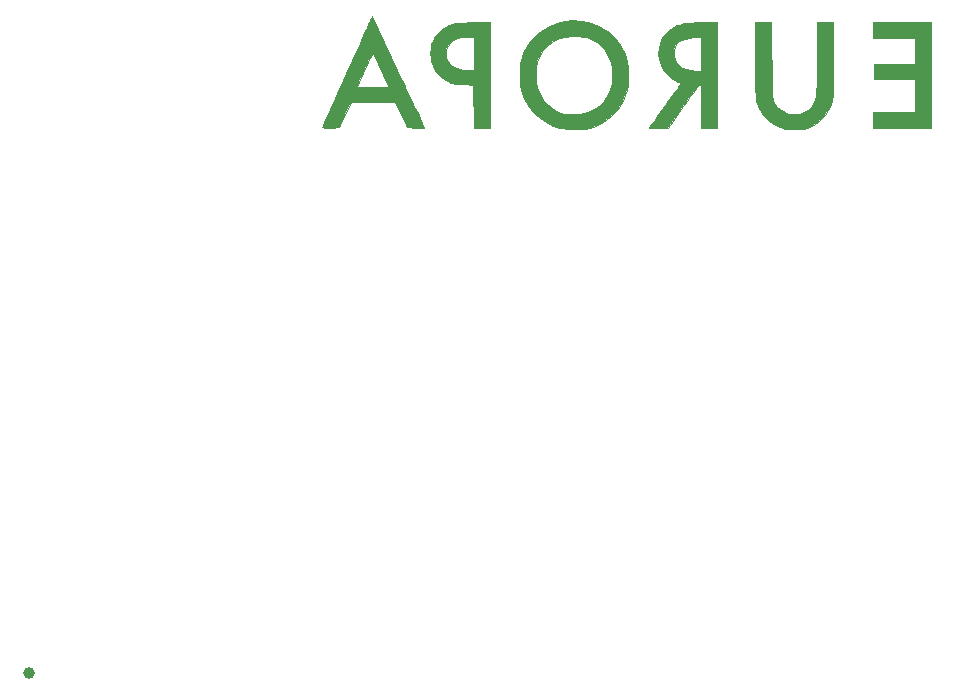
<source format=gbl>
G04 #@! TF.GenerationSoftware,KiCad,Pcbnew,(5.1.6)-1*
G04 #@! TF.CreationDate,2020-08-22T18:55:13+02:00*
G04 #@! TF.ProjectId,europa-bottom-plate,6575726f-7061-42d6-926f-74746f6d2d70,rev?*
G04 #@! TF.SameCoordinates,Original*
G04 #@! TF.FileFunction,Copper,L2,Bot*
G04 #@! TF.FilePolarity,Positive*
%FSLAX46Y46*%
G04 Gerber Fmt 4.6, Leading zero omitted, Abs format (unit mm)*
G04 Created by KiCad (PCBNEW (5.1.6)-1) date 2020-08-22 18:55:13*
%MOMM*%
%LPD*%
G01*
G04 APERTURE LIST*
G04 #@! TA.AperFunction,EtchedComponent*
%ADD10C,0.010000*%
G04 #@! TD*
G04 #@! TA.AperFunction,Conductor*
%ADD11C,1.000000*%
G04 #@! TD*
G04 APERTURE END LIST*
D10*
G36*
X137789087Y-92912719D02*
G01*
X137729238Y-93041264D01*
X137634806Y-93247561D01*
X137509164Y-93524077D01*
X137355681Y-93863280D01*
X137177730Y-94257638D01*
X136978681Y-94699619D01*
X136761905Y-95181691D01*
X136530773Y-95696320D01*
X136288657Y-96235975D01*
X136038928Y-96793124D01*
X135784957Y-97360234D01*
X135530114Y-97929773D01*
X135277771Y-98494209D01*
X135031300Y-99046010D01*
X134794070Y-99577643D01*
X134569454Y-100081575D01*
X134360823Y-100550276D01*
X134171546Y-100976212D01*
X134004997Y-101351851D01*
X133864545Y-101669661D01*
X133753562Y-101922110D01*
X133675419Y-102101665D01*
X133633487Y-102200795D01*
X133627267Y-102217383D01*
X133624473Y-102252632D01*
X133648083Y-102276778D01*
X133712848Y-102291414D01*
X133833515Y-102298132D01*
X134024834Y-102298525D01*
X134301554Y-102294185D01*
X134332918Y-102293583D01*
X135062785Y-102279450D01*
X135996617Y-100145850D01*
X139786138Y-100145850D01*
X140761792Y-102279450D01*
X141505015Y-102293498D01*
X142248239Y-102307546D01*
X142053740Y-101887098D01*
X141989739Y-101749511D01*
X141889841Y-101535768D01*
X141757609Y-101253443D01*
X141596609Y-100910113D01*
X141410404Y-100513353D01*
X141202558Y-100070739D01*
X140976637Y-99589846D01*
X140736204Y-99078251D01*
X140618336Y-98827528D01*
X139203650Y-98827528D01*
X139155074Y-98833677D01*
X139018236Y-98839203D01*
X138806475Y-98843874D01*
X138533129Y-98847459D01*
X138211535Y-98849726D01*
X137882850Y-98850450D01*
X137528516Y-98849867D01*
X137210097Y-98848225D01*
X136940932Y-98845684D01*
X136734359Y-98842405D01*
X136603716Y-98838547D01*
X136562050Y-98834603D01*
X136581891Y-98776379D01*
X136637347Y-98641144D01*
X136722323Y-98442464D01*
X136830724Y-98193905D01*
X136956453Y-97909032D01*
X137093414Y-97601409D01*
X137235511Y-97284603D01*
X137376648Y-96972179D01*
X137510729Y-96677701D01*
X137631659Y-96414735D01*
X137733340Y-96196847D01*
X137809678Y-96037601D01*
X137854576Y-95950563D01*
X137863578Y-95938355D01*
X137890492Y-95984078D01*
X137953110Y-96108744D01*
X138045137Y-96298784D01*
X138160279Y-96540627D01*
X138292243Y-96820703D01*
X138434733Y-97125442D01*
X138581457Y-97441275D01*
X138726119Y-97754632D01*
X138862426Y-98051941D01*
X138984083Y-98319633D01*
X139084797Y-98544139D01*
X139158274Y-98711887D01*
X139198218Y-98809309D01*
X139203650Y-98827528D01*
X140618336Y-98827528D01*
X140484824Y-98543528D01*
X140226061Y-97993254D01*
X139963480Y-97435004D01*
X139700644Y-96876354D01*
X139441118Y-96324879D01*
X139188466Y-95788156D01*
X138946253Y-95273760D01*
X138718044Y-94789266D01*
X138507401Y-94342251D01*
X138317890Y-93940289D01*
X138153075Y-93590957D01*
X138016520Y-93301831D01*
X137911790Y-93080485D01*
X137842449Y-92934496D01*
X137812061Y-92871440D01*
X137810983Y-92869458D01*
X137789087Y-92912719D01*
G37*
X137789087Y-92912719D02*
X137729238Y-93041264D01*
X137634806Y-93247561D01*
X137509164Y-93524077D01*
X137355681Y-93863280D01*
X137177730Y-94257638D01*
X136978681Y-94699619D01*
X136761905Y-95181691D01*
X136530773Y-95696320D01*
X136288657Y-96235975D01*
X136038928Y-96793124D01*
X135784957Y-97360234D01*
X135530114Y-97929773D01*
X135277771Y-98494209D01*
X135031300Y-99046010D01*
X134794070Y-99577643D01*
X134569454Y-100081575D01*
X134360823Y-100550276D01*
X134171546Y-100976212D01*
X134004997Y-101351851D01*
X133864545Y-101669661D01*
X133753562Y-101922110D01*
X133675419Y-102101665D01*
X133633487Y-102200795D01*
X133627267Y-102217383D01*
X133624473Y-102252632D01*
X133648083Y-102276778D01*
X133712848Y-102291414D01*
X133833515Y-102298132D01*
X134024834Y-102298525D01*
X134301554Y-102294185D01*
X134332918Y-102293583D01*
X135062785Y-102279450D01*
X135996617Y-100145850D01*
X139786138Y-100145850D01*
X140761792Y-102279450D01*
X141505015Y-102293498D01*
X142248239Y-102307546D01*
X142053740Y-101887098D01*
X141989739Y-101749511D01*
X141889841Y-101535768D01*
X141757609Y-101253443D01*
X141596609Y-100910113D01*
X141410404Y-100513353D01*
X141202558Y-100070739D01*
X140976637Y-99589846D01*
X140736204Y-99078251D01*
X140618336Y-98827528D01*
X139203650Y-98827528D01*
X139155074Y-98833677D01*
X139018236Y-98839203D01*
X138806475Y-98843874D01*
X138533129Y-98847459D01*
X138211535Y-98849726D01*
X137882850Y-98850450D01*
X137528516Y-98849867D01*
X137210097Y-98848225D01*
X136940932Y-98845684D01*
X136734359Y-98842405D01*
X136603716Y-98838547D01*
X136562050Y-98834603D01*
X136581891Y-98776379D01*
X136637347Y-98641144D01*
X136722323Y-98442464D01*
X136830724Y-98193905D01*
X136956453Y-97909032D01*
X137093414Y-97601409D01*
X137235511Y-97284603D01*
X137376648Y-96972179D01*
X137510729Y-96677701D01*
X137631659Y-96414735D01*
X137733340Y-96196847D01*
X137809678Y-96037601D01*
X137854576Y-95950563D01*
X137863578Y-95938355D01*
X137890492Y-95984078D01*
X137953110Y-96108744D01*
X138045137Y-96298784D01*
X138160279Y-96540627D01*
X138292243Y-96820703D01*
X138434733Y-97125442D01*
X138581457Y-97441275D01*
X138726119Y-97754632D01*
X138862426Y-98051941D01*
X138984083Y-98319633D01*
X139084797Y-98544139D01*
X139158274Y-98711887D01*
X139198218Y-98809309D01*
X139203650Y-98827528D01*
X140618336Y-98827528D01*
X140484824Y-98543528D01*
X140226061Y-97993254D01*
X139963480Y-97435004D01*
X139700644Y-96876354D01*
X139441118Y-96324879D01*
X139188466Y-95788156D01*
X138946253Y-95273760D01*
X138718044Y-94789266D01*
X138507401Y-94342251D01*
X138317890Y-93940289D01*
X138153075Y-93590957D01*
X138016520Y-93301831D01*
X137911790Y-93080485D01*
X137842449Y-92934496D01*
X137812061Y-92871440D01*
X137810983Y-92869458D01*
X137789087Y-92912719D01*
G36*
X146429950Y-93379865D02*
G01*
X146055188Y-93389403D01*
X145702344Y-93401548D01*
X145387692Y-93415495D01*
X145127504Y-93430435D01*
X144938056Y-93445563D01*
X144841747Y-93458612D01*
X144325399Y-93617545D01*
X143875279Y-93852553D01*
X143493315Y-94162022D01*
X143181432Y-94544337D01*
X142941558Y-94997882D01*
X142909097Y-95079284D01*
X142836729Y-95341203D01*
X142788164Y-95665194D01*
X142765847Y-96013999D01*
X142772224Y-96350359D01*
X142807539Y-96626625D01*
X142953809Y-97088645D01*
X143188026Y-97507342D01*
X143502867Y-97874708D01*
X143891013Y-98182732D01*
X144345144Y-98423404D01*
X144507067Y-98486263D01*
X144672659Y-98539907D01*
X144836365Y-98578742D01*
X145022915Y-98606235D01*
X145257041Y-98625851D01*
X145563473Y-98641059D01*
X145629850Y-98643658D01*
X146391850Y-98672650D01*
X146418534Y-102304850D01*
X147788850Y-102304850D01*
X147788850Y-94634050D01*
X146417250Y-94634050D01*
X146417250Y-97428050D01*
X145998150Y-97427167D01*
X145742876Y-97417045D01*
X145472680Y-97391315D01*
X145245071Y-97355492D01*
X145240531Y-97354537D01*
X144963113Y-97284449D01*
X144752951Y-97199669D01*
X144575723Y-97083370D01*
X144440885Y-96962518D01*
X144229519Y-96686915D01*
X144106760Y-96363236D01*
X144073723Y-96062622D01*
X144109967Y-95678215D01*
X144223497Y-95355445D01*
X144415546Y-95093394D01*
X144687346Y-94891146D01*
X145040130Y-94747783D01*
X145475130Y-94662390D01*
X145993581Y-94634050D01*
X146417250Y-94634050D01*
X147788850Y-94634050D01*
X147788850Y-93351403D01*
X146429950Y-93379865D01*
G37*
X146429950Y-93379865D02*
X146055188Y-93389403D01*
X145702344Y-93401548D01*
X145387692Y-93415495D01*
X145127504Y-93430435D01*
X144938056Y-93445563D01*
X144841747Y-93458612D01*
X144325399Y-93617545D01*
X143875279Y-93852553D01*
X143493315Y-94162022D01*
X143181432Y-94544337D01*
X142941558Y-94997882D01*
X142909097Y-95079284D01*
X142836729Y-95341203D01*
X142788164Y-95665194D01*
X142765847Y-96013999D01*
X142772224Y-96350359D01*
X142807539Y-96626625D01*
X142953809Y-97088645D01*
X143188026Y-97507342D01*
X143502867Y-97874708D01*
X143891013Y-98182732D01*
X144345144Y-98423404D01*
X144507067Y-98486263D01*
X144672659Y-98539907D01*
X144836365Y-98578742D01*
X145022915Y-98606235D01*
X145257041Y-98625851D01*
X145563473Y-98641059D01*
X145629850Y-98643658D01*
X146391850Y-98672650D01*
X146418534Y-102304850D01*
X147788850Y-102304850D01*
X147788850Y-94634050D01*
X146417250Y-94634050D01*
X146417250Y-97428050D01*
X145998150Y-97427167D01*
X145742876Y-97417045D01*
X145472680Y-97391315D01*
X145245071Y-97355492D01*
X145240531Y-97354537D01*
X144963113Y-97284449D01*
X144752951Y-97199669D01*
X144575723Y-97083370D01*
X144440885Y-96962518D01*
X144229519Y-96686915D01*
X144106760Y-96363236D01*
X144073723Y-96062622D01*
X144109967Y-95678215D01*
X144223497Y-95355445D01*
X144415546Y-95093394D01*
X144687346Y-94891146D01*
X145040130Y-94747783D01*
X145475130Y-94662390D01*
X145993581Y-94634050D01*
X146417250Y-94634050D01*
X147788850Y-94634050D01*
X147788850Y-93351403D01*
X146429950Y-93379865D01*
G36*
X165759350Y-93379760D02*
G01*
X165269246Y-93393938D01*
X164865603Y-93412201D01*
X164533295Y-93436908D01*
X164257199Y-93470419D01*
X164022188Y-93515094D01*
X163813139Y-93573292D01*
X163614927Y-93647373D01*
X163412427Y-93739697D01*
X163393847Y-93748798D01*
X162975517Y-94007603D01*
X162632227Y-94332975D01*
X162366957Y-94719859D01*
X162182686Y-95163200D01*
X162082395Y-95657941D01*
X162063650Y-96005649D01*
X162109808Y-96520106D01*
X162244529Y-96995252D01*
X162462184Y-97422860D01*
X162757146Y-97794701D01*
X163123787Y-98102549D01*
X163556477Y-98338176D01*
X163696735Y-98392983D01*
X163841886Y-98453837D01*
X163935653Y-98510304D01*
X163956634Y-98541383D01*
X163924999Y-98592179D01*
X163839658Y-98716039D01*
X163706967Y-98904077D01*
X163533278Y-99147407D01*
X163324946Y-99437145D01*
X163088325Y-99764406D01*
X162829768Y-100120304D01*
X162710825Y-100283499D01*
X162439996Y-100654851D01*
X162184044Y-101006047D01*
X161950031Y-101327382D01*
X161745016Y-101609150D01*
X161576059Y-101841647D01*
X161450221Y-102015167D01*
X161374561Y-102120005D01*
X161360483Y-102139750D01*
X161243932Y-102304850D01*
X162901850Y-102303712D01*
X164171850Y-100477550D01*
X164488427Y-100023624D01*
X164752997Y-99647434D01*
X164970441Y-99342537D01*
X165145638Y-99102486D01*
X165283469Y-98920837D01*
X165388812Y-98791145D01*
X165466549Y-98706966D01*
X165521558Y-98661855D01*
X165556150Y-98649318D01*
X165670450Y-98647250D01*
X165670450Y-102304850D01*
X167042050Y-102304850D01*
X167042050Y-97494197D01*
X165670450Y-97494197D01*
X165175150Y-97463127D01*
X164925832Y-97441020D01*
X164682685Y-97408490D01*
X164485190Y-97371200D01*
X164425850Y-97355632D01*
X164073698Y-97209912D01*
X163783153Y-97007783D01*
X163570859Y-96761122D01*
X163554002Y-96733491D01*
X163483317Y-96602742D01*
X163440295Y-96483919D01*
X163418245Y-96344410D01*
X163410474Y-96151602D01*
X163409850Y-96031050D01*
X163426139Y-95705310D01*
X163481570Y-95453090D01*
X163585995Y-95250623D01*
X163749262Y-95074144D01*
X163835666Y-95003652D01*
X164058238Y-94863992D01*
X164319799Y-94762540D01*
X164639204Y-94694096D01*
X165035307Y-94653460D01*
X165124350Y-94648267D01*
X165670450Y-94619661D01*
X165670450Y-97494197D01*
X167042050Y-97494197D01*
X167042050Y-93348974D01*
X165759350Y-93379760D01*
G37*
X165759350Y-93379760D02*
X165269246Y-93393938D01*
X164865603Y-93412201D01*
X164533295Y-93436908D01*
X164257199Y-93470419D01*
X164022188Y-93515094D01*
X163813139Y-93573292D01*
X163614927Y-93647373D01*
X163412427Y-93739697D01*
X163393847Y-93748798D01*
X162975517Y-94007603D01*
X162632227Y-94332975D01*
X162366957Y-94719859D01*
X162182686Y-95163200D01*
X162082395Y-95657941D01*
X162063650Y-96005649D01*
X162109808Y-96520106D01*
X162244529Y-96995252D01*
X162462184Y-97422860D01*
X162757146Y-97794701D01*
X163123787Y-98102549D01*
X163556477Y-98338176D01*
X163696735Y-98392983D01*
X163841886Y-98453837D01*
X163935653Y-98510304D01*
X163956634Y-98541383D01*
X163924999Y-98592179D01*
X163839658Y-98716039D01*
X163706967Y-98904077D01*
X163533278Y-99147407D01*
X163324946Y-99437145D01*
X163088325Y-99764406D01*
X162829768Y-100120304D01*
X162710825Y-100283499D01*
X162439996Y-100654851D01*
X162184044Y-101006047D01*
X161950031Y-101327382D01*
X161745016Y-101609150D01*
X161576059Y-101841647D01*
X161450221Y-102015167D01*
X161374561Y-102120005D01*
X161360483Y-102139750D01*
X161243932Y-102304850D01*
X162901850Y-102303712D01*
X164171850Y-100477550D01*
X164488427Y-100023624D01*
X164752997Y-99647434D01*
X164970441Y-99342537D01*
X165145638Y-99102486D01*
X165283469Y-98920837D01*
X165388812Y-98791145D01*
X165466549Y-98706966D01*
X165521558Y-98661855D01*
X165556150Y-98649318D01*
X165670450Y-98647250D01*
X165670450Y-102304850D01*
X167042050Y-102304850D01*
X167042050Y-97494197D01*
X165670450Y-97494197D01*
X165175150Y-97463127D01*
X164925832Y-97441020D01*
X164682685Y-97408490D01*
X164485190Y-97371200D01*
X164425850Y-97355632D01*
X164073698Y-97209912D01*
X163783153Y-97007783D01*
X163570859Y-96761122D01*
X163554002Y-96733491D01*
X163483317Y-96602742D01*
X163440295Y-96483919D01*
X163418245Y-96344410D01*
X163410474Y-96151602D01*
X163409850Y-96031050D01*
X163426139Y-95705310D01*
X163481570Y-95453090D01*
X163585995Y-95250623D01*
X163749262Y-95074144D01*
X163835666Y-95003652D01*
X164058238Y-94863992D01*
X164319799Y-94762540D01*
X164639204Y-94694096D01*
X165035307Y-94653460D01*
X165124350Y-94648267D01*
X165670450Y-94619661D01*
X165670450Y-97494197D01*
X167042050Y-97494197D01*
X167042050Y-93348974D01*
X165759350Y-93379760D01*
G36*
X180199250Y-94684850D02*
G01*
X183755250Y-94684850D01*
X183755250Y-96920050D01*
X180300850Y-96920050D01*
X180300850Y-98190050D01*
X183755250Y-98190050D01*
X183755250Y-100984050D01*
X180199250Y-100984050D01*
X180199250Y-102304850D01*
X185126850Y-102304850D01*
X185126850Y-93364050D01*
X180199250Y-93364050D01*
X180199250Y-94684850D01*
G37*
X180199250Y-94684850D02*
X183755250Y-94684850D01*
X183755250Y-96920050D01*
X180300850Y-96920050D01*
X180300850Y-98190050D01*
X183755250Y-98190050D01*
X183755250Y-100984050D01*
X180199250Y-100984050D01*
X180199250Y-102304850D01*
X185126850Y-102304850D01*
X185126850Y-93364050D01*
X180199250Y-93364050D01*
X180199250Y-94684850D01*
G36*
X154160238Y-93280369D02*
G01*
X153483176Y-93432587D01*
X152854785Y-93671718D01*
X152280547Y-93992860D01*
X151765947Y-94391113D01*
X151316470Y-94861575D01*
X150937598Y-95399345D01*
X150634817Y-95999522D01*
X150423478Y-96619937D01*
X150377438Y-96806881D01*
X150345394Y-96984226D01*
X150325046Y-97177145D01*
X150314094Y-97410810D01*
X150310238Y-97710394D01*
X150310177Y-97859850D01*
X150319362Y-98308327D01*
X150349065Y-98684108D01*
X150405293Y-99015053D01*
X150494052Y-99329024D01*
X150621349Y-99653882D01*
X150761637Y-99953895D01*
X151101361Y-100531810D01*
X151517249Y-101045646D01*
X152002329Y-101489727D01*
X152549628Y-101858378D01*
X153152176Y-102145922D01*
X153656250Y-102310310D01*
X153956057Y-102369785D01*
X154323278Y-102412308D01*
X154725288Y-102436756D01*
X155129464Y-102442006D01*
X155503179Y-102426938D01*
X155813809Y-102390427D01*
X155840650Y-102385456D01*
X156501111Y-102209311D01*
X157115746Y-101947639D01*
X157677294Y-101605808D01*
X158178493Y-101189187D01*
X158612082Y-100703145D01*
X158970798Y-100153051D01*
X159041537Y-100018850D01*
X159249641Y-99547979D01*
X159395002Y-99073686D01*
X159482183Y-98572352D01*
X159515750Y-98020360D01*
X159515711Y-98017478D01*
X158173836Y-98017478D01*
X158107478Y-98587411D01*
X157957228Y-99121912D01*
X157728233Y-99612945D01*
X157425638Y-100052476D01*
X157054589Y-100432468D01*
X156620232Y-100744886D01*
X156127714Y-100981695D01*
X155804302Y-101084702D01*
X155461341Y-101148068D01*
X155064871Y-101179375D01*
X154656574Y-101178056D01*
X154278136Y-101143541D01*
X154088821Y-101108105D01*
X153557701Y-100932773D01*
X153077534Y-100671998D01*
X152654421Y-100331499D01*
X152294459Y-99916996D01*
X152003749Y-99434207D01*
X151816657Y-98977450D01*
X151760620Y-98797950D01*
X151722240Y-98638008D01*
X151698137Y-98470334D01*
X151684932Y-98267636D01*
X151679245Y-98002624D01*
X151678257Y-97859850D01*
X151678630Y-97564927D01*
X151685145Y-97343718D01*
X151701278Y-97168371D01*
X151730510Y-97011033D01*
X151776317Y-96843852D01*
X151823736Y-96694972D01*
X152007111Y-96250178D01*
X152252129Y-95828019D01*
X152539789Y-95458354D01*
X152731657Y-95268234D01*
X153146760Y-94967429D01*
X153620450Y-94737102D01*
X154135085Y-94580562D01*
X154673020Y-94501120D01*
X155216610Y-94502088D01*
X155748213Y-94586776D01*
X155989972Y-94656801D01*
X156356073Y-94796591D01*
X156660032Y-94955896D01*
X156941243Y-95157821D01*
X157138975Y-95330710D01*
X157510457Y-95742974D01*
X157802824Y-96216591D01*
X158013342Y-96745918D01*
X158139279Y-97325315D01*
X158151155Y-97420148D01*
X158173836Y-98017478D01*
X159515711Y-98017478D01*
X159509960Y-97595519D01*
X159479927Y-97133111D01*
X159423562Y-96738257D01*
X159333165Y-96378636D01*
X159201038Y-96021925D01*
X159064714Y-95726250D01*
X158730766Y-95159098D01*
X158323293Y-94656251D01*
X157850663Y-94221881D01*
X157321246Y-93860164D01*
X156743413Y-93575273D01*
X156125533Y-93371382D01*
X155475976Y-93252666D01*
X154803112Y-93223297D01*
X154160238Y-93280369D01*
G37*
X154160238Y-93280369D02*
X153483176Y-93432587D01*
X152854785Y-93671718D01*
X152280547Y-93992860D01*
X151765947Y-94391113D01*
X151316470Y-94861575D01*
X150937598Y-95399345D01*
X150634817Y-95999522D01*
X150423478Y-96619937D01*
X150377438Y-96806881D01*
X150345394Y-96984226D01*
X150325046Y-97177145D01*
X150314094Y-97410810D01*
X150310238Y-97710394D01*
X150310177Y-97859850D01*
X150319362Y-98308327D01*
X150349065Y-98684108D01*
X150405293Y-99015053D01*
X150494052Y-99329024D01*
X150621349Y-99653882D01*
X150761637Y-99953895D01*
X151101361Y-100531810D01*
X151517249Y-101045646D01*
X152002329Y-101489727D01*
X152549628Y-101858378D01*
X153152176Y-102145922D01*
X153656250Y-102310310D01*
X153956057Y-102369785D01*
X154323278Y-102412308D01*
X154725288Y-102436756D01*
X155129464Y-102442006D01*
X155503179Y-102426938D01*
X155813809Y-102390427D01*
X155840650Y-102385456D01*
X156501111Y-102209311D01*
X157115746Y-101947639D01*
X157677294Y-101605808D01*
X158178493Y-101189187D01*
X158612082Y-100703145D01*
X158970798Y-100153051D01*
X159041537Y-100018850D01*
X159249641Y-99547979D01*
X159395002Y-99073686D01*
X159482183Y-98572352D01*
X159515750Y-98020360D01*
X159515711Y-98017478D01*
X158173836Y-98017478D01*
X158107478Y-98587411D01*
X157957228Y-99121912D01*
X157728233Y-99612945D01*
X157425638Y-100052476D01*
X157054589Y-100432468D01*
X156620232Y-100744886D01*
X156127714Y-100981695D01*
X155804302Y-101084702D01*
X155461341Y-101148068D01*
X155064871Y-101179375D01*
X154656574Y-101178056D01*
X154278136Y-101143541D01*
X154088821Y-101108105D01*
X153557701Y-100932773D01*
X153077534Y-100671998D01*
X152654421Y-100331499D01*
X152294459Y-99916996D01*
X152003749Y-99434207D01*
X151816657Y-98977450D01*
X151760620Y-98797950D01*
X151722240Y-98638008D01*
X151698137Y-98470334D01*
X151684932Y-98267636D01*
X151679245Y-98002624D01*
X151678257Y-97859850D01*
X151678630Y-97564927D01*
X151685145Y-97343718D01*
X151701278Y-97168371D01*
X151730510Y-97011033D01*
X151776317Y-96843852D01*
X151823736Y-96694972D01*
X152007111Y-96250178D01*
X152252129Y-95828019D01*
X152539789Y-95458354D01*
X152731657Y-95268234D01*
X153146760Y-94967429D01*
X153620450Y-94737102D01*
X154135085Y-94580562D01*
X154673020Y-94501120D01*
X155216610Y-94502088D01*
X155748213Y-94586776D01*
X155989972Y-94656801D01*
X156356073Y-94796591D01*
X156660032Y-94955896D01*
X156941243Y-95157821D01*
X157138975Y-95330710D01*
X157510457Y-95742974D01*
X157802824Y-96216591D01*
X158013342Y-96745918D01*
X158139279Y-97325315D01*
X158151155Y-97420148D01*
X158173836Y-98017478D01*
X159515711Y-98017478D01*
X159509960Y-97595519D01*
X159479927Y-97133111D01*
X159423562Y-96738257D01*
X159333165Y-96378636D01*
X159201038Y-96021925D01*
X159064714Y-95726250D01*
X158730766Y-95159098D01*
X158323293Y-94656251D01*
X157850663Y-94221881D01*
X157321246Y-93860164D01*
X156743413Y-93575273D01*
X156125533Y-93371382D01*
X155475976Y-93252666D01*
X154803112Y-93223297D01*
X154160238Y-93280369D01*
G36*
X170254715Y-96577150D02*
G01*
X170258445Y-97254021D01*
X170262096Y-97837777D01*
X170266438Y-98336900D01*
X170272242Y-98759871D01*
X170280279Y-99115171D01*
X170291318Y-99411282D01*
X170306131Y-99656685D01*
X170325488Y-99859862D01*
X170350160Y-100029295D01*
X170380917Y-100173463D01*
X170418529Y-100300850D01*
X170463768Y-100419937D01*
X170517404Y-100539204D01*
X170580207Y-100667134D01*
X170636479Y-100779239D01*
X170904368Y-101205414D01*
X171252545Y-101587631D01*
X171664764Y-101913620D01*
X172124781Y-102171109D01*
X172616351Y-102347827D01*
X172757050Y-102381082D01*
X173111323Y-102431013D01*
X173515260Y-102449357D01*
X173923279Y-102436194D01*
X174289803Y-102391606D01*
X174357250Y-102378254D01*
X174872988Y-102217502D01*
X175350149Y-101970548D01*
X175778325Y-101647849D01*
X176147107Y-101259861D01*
X176446086Y-100817041D01*
X176664855Y-100329846D01*
X176766851Y-99957491D01*
X176783764Y-99861132D01*
X176798179Y-99745861D01*
X176810283Y-99603451D01*
X176820265Y-99425672D01*
X176828311Y-99204298D01*
X176834609Y-98931099D01*
X176839348Y-98597847D01*
X176842713Y-98196315D01*
X176844894Y-97718273D01*
X176846077Y-97155494D01*
X176846450Y-96499749D01*
X176846450Y-93364050D01*
X175474850Y-93364050D01*
X175474850Y-96384149D01*
X175473891Y-97139033D01*
X175470996Y-97793709D01*
X175466142Y-98349552D01*
X175459305Y-98807936D01*
X175450461Y-99170236D01*
X175439586Y-99437825D01*
X175426656Y-99612078D01*
X175417682Y-99673449D01*
X175279221Y-100101053D01*
X175059518Y-100468635D01*
X174761299Y-100772673D01*
X174387289Y-101009647D01*
X174381543Y-101012464D01*
X174228261Y-101082386D01*
X174094440Y-101126265D01*
X173947561Y-101150067D01*
X173755109Y-101159754D01*
X173569850Y-101161338D01*
X173322213Y-101158411D01*
X173142498Y-101145065D01*
X172997126Y-101115340D01*
X172852518Y-101063271D01*
X172742724Y-101014482D01*
X172406966Y-100808985D01*
X172110246Y-100530076D01*
X171875683Y-100202624D01*
X171761178Y-99958721D01*
X171642701Y-99637850D01*
X171609033Y-93364050D01*
X170922967Y-93364050D01*
X170236902Y-93364049D01*
X170254715Y-96577150D01*
G37*
X170254715Y-96577150D02*
X170258445Y-97254021D01*
X170262096Y-97837777D01*
X170266438Y-98336900D01*
X170272242Y-98759871D01*
X170280279Y-99115171D01*
X170291318Y-99411282D01*
X170306131Y-99656685D01*
X170325488Y-99859862D01*
X170350160Y-100029295D01*
X170380917Y-100173463D01*
X170418529Y-100300850D01*
X170463768Y-100419937D01*
X170517404Y-100539204D01*
X170580207Y-100667134D01*
X170636479Y-100779239D01*
X170904368Y-101205414D01*
X171252545Y-101587631D01*
X171664764Y-101913620D01*
X172124781Y-102171109D01*
X172616351Y-102347827D01*
X172757050Y-102381082D01*
X173111323Y-102431013D01*
X173515260Y-102449357D01*
X173923279Y-102436194D01*
X174289803Y-102391606D01*
X174357250Y-102378254D01*
X174872988Y-102217502D01*
X175350149Y-101970548D01*
X175778325Y-101647849D01*
X176147107Y-101259861D01*
X176446086Y-100817041D01*
X176664855Y-100329846D01*
X176766851Y-99957491D01*
X176783764Y-99861132D01*
X176798179Y-99745861D01*
X176810283Y-99603451D01*
X176820265Y-99425672D01*
X176828311Y-99204298D01*
X176834609Y-98931099D01*
X176839348Y-98597847D01*
X176842713Y-98196315D01*
X176844894Y-97718273D01*
X176846077Y-97155494D01*
X176846450Y-96499749D01*
X176846450Y-93364050D01*
X175474850Y-93364050D01*
X175474850Y-96384149D01*
X175473891Y-97139033D01*
X175470996Y-97793709D01*
X175466142Y-98349552D01*
X175459305Y-98807936D01*
X175450461Y-99170236D01*
X175439586Y-99437825D01*
X175426656Y-99612078D01*
X175417682Y-99673449D01*
X175279221Y-100101053D01*
X175059518Y-100468635D01*
X174761299Y-100772673D01*
X174387289Y-101009647D01*
X174381543Y-101012464D01*
X174228261Y-101082386D01*
X174094440Y-101126265D01*
X173947561Y-101150067D01*
X173755109Y-101159754D01*
X173569850Y-101161338D01*
X173322213Y-101158411D01*
X173142498Y-101145065D01*
X172997126Y-101115340D01*
X172852518Y-101063271D01*
X172742724Y-101014482D01*
X172406966Y-100808985D01*
X172110246Y-100530076D01*
X171875683Y-100202624D01*
X171761178Y-99958721D01*
X171642701Y-99637850D01*
X171609033Y-93364050D01*
X170922967Y-93364050D01*
X170236902Y-93364049D01*
X170254715Y-96577150D01*
D11*
X108743750Y-148431250D03*
M02*

</source>
